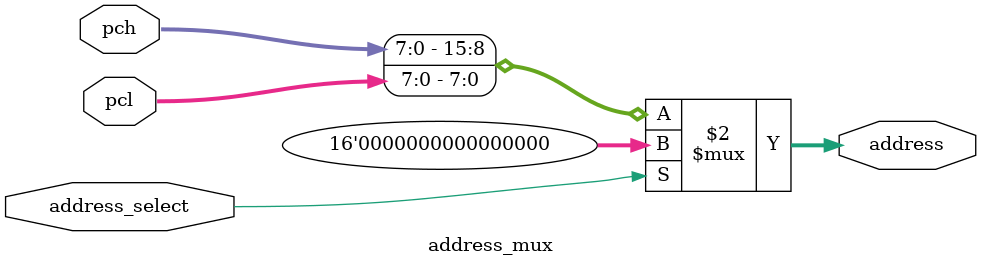
<source format=v>
module address_mux
(
	input address_select,
	input [7:0] pcl,
	input [7:0] pch,
	output [15:0] address
);

assign address = (address_select == 1'b0) ? {pch, pcl} : 16'b0;

endmodule

</source>
